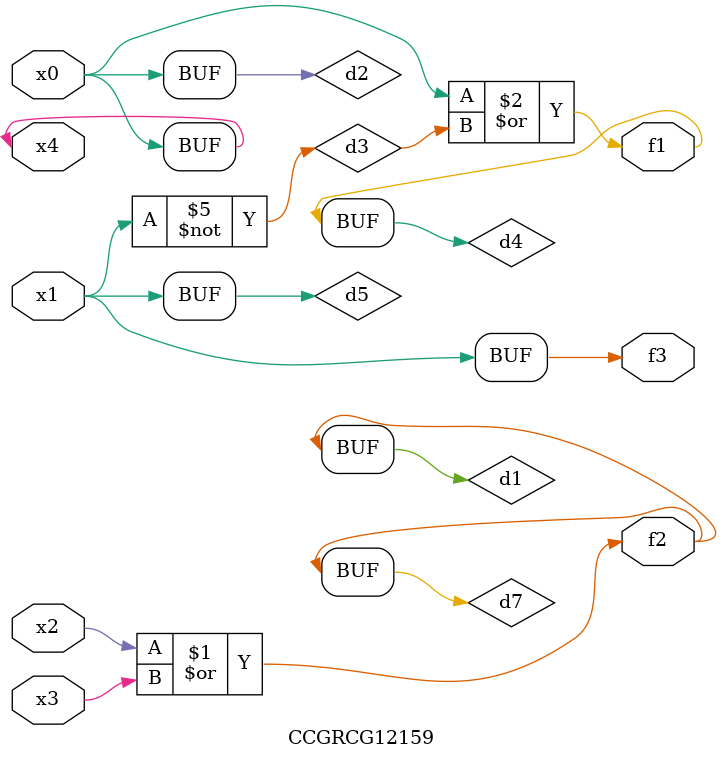
<source format=v>
module CCGRCG12159(
	input x0, x1, x2, x3, x4,
	output f1, f2, f3
);

	wire d1, d2, d3, d4, d5, d6, d7;

	or (d1, x2, x3);
	buf (d2, x0, x4);
	not (d3, x1);
	or (d4, d2, d3);
	not (d5, d3);
	nand (d6, d1, d3);
	or (d7, d1);
	assign f1 = d4;
	assign f2 = d7;
	assign f3 = d5;
endmodule

</source>
